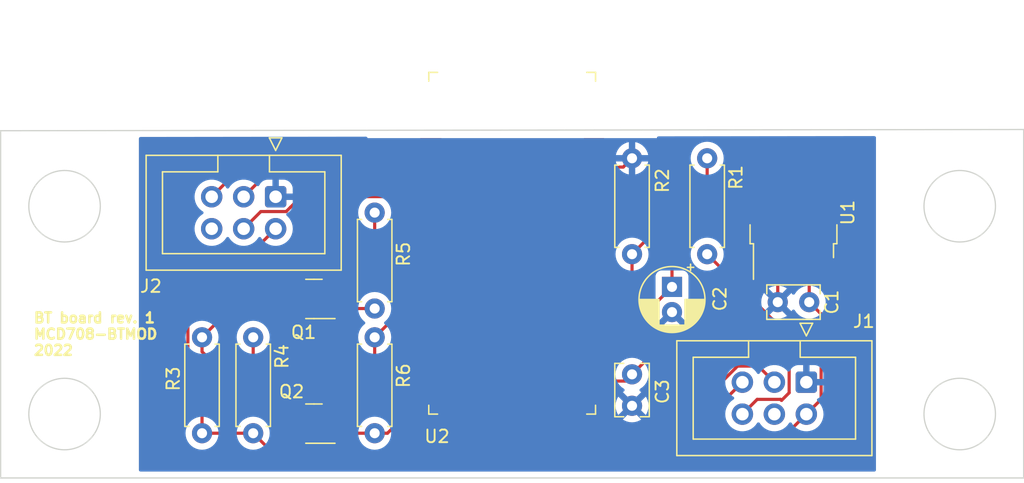
<source format=kicad_pcb>
(kicad_pcb (version 20211014) (generator pcbnew)
  (layers (0 "F.Cu" signal) (31 "B.Cu" signal) (34 "B.Paste" user) (35 "F.Paste" user) (36 "B.SilkS" user "B.Silkscreen") (37 "F.SilkS" user "F.Silkscreen") (38 "B.Mask" user) (39 "F.Mask" user) (44 "Edge.Cuts" user))
  (net 0 "")
  (net 1 "+5V")
  (net 2 "GND")
  (net 3 "+3.3V")
  (net 4 "Net-(Q2-Pad3)")
  (net 6 "Net-(Q1-Pad3)")
  (net 7 "Net-(R1-Pad1)")
  (net 8 "Net-(U2-Pad7)")
  (net 9 "Net-(U2-Pad6)")
  (net 10 "Net-(U2-Pad4)")
  (net 11 "Net-(Q1-Pad2)")
  (net 12 "Net-(Q2-Pad2)")
  (net 13 "BT_BTN")
  (footprint "Capacitor_THT:CP_Radial_D5.0mm_P2.00mm" (layer "F.Cu") (at 149.86 87.690888 -90)
    (fp_text reference "C2" (at 0.955112 -3.81 90) (layer "F.SilkS"))
    (fp_text value "10uF")
    (fp_line (start 1.2 1.04) (end 1.2 2.573) (layer "F.SilkS") (width 0.12))
    (fp_line (start 1.08 1.04) (end 1.08 2.579) (layer "F.SilkS") (width 0.12))
    (fp_line (start 1.16 -2.576) (end 1.16 -1.04) (layer "F.SilkS") (width 0.12))
    (fp_line (start 2.601 -2.035) (end 2.601 -1.04) (layer "F.SilkS") (width 0.12))
    (fp_line (start 1.2 -2.573) (end 1.2 -1.04) (layer "F.SilkS") (width 0.12))
    (fp_line (start 1.64 1.04) (end 1.64 2.501) (layer "F.SilkS") (width 0.12))
    (fp_line (start 1.6 -2.511) (end 1.6 -1.04) (layer "F.SilkS") (width 0.12))
    (fp_line (start -1.804775 -1.475) (end -1.304775 -1.475) (layer "F.SilkS") (width 0.12))
    (fp_line (start 1.761 1.04) (end 1.761 2.468) (layer "F.SilkS") (width 0.12))
    (fp_line (start 3.281 -1.251) (end 3.281 1.251) (layer "F.SilkS") (width 0.12))
    (fp_line (start 2.561 -2.065) (end 2.561 -1.04) (layer "F.SilkS") (width 0.12))
    (fp_line (start 1.08 -2.579) (end 1.08 -1.04) (layer "F.SilkS") (width 0.12))
    (fp_line (start 2.281 1.04) (end 2.281 2.247) (layer "F.SilkS") (width 0.12))
    (fp_line (start 2.721 1.04) (end 2.721 1.937) (layer "F.SilkS") (width 0.12))
    (fp_line (start 1.48 1.04) (end 1.48 2.536) (layer "F.SilkS") (width 0.12))
    (fp_line (start 2.721 -1.937) (end 2.721 -1.04) (layer "F.SilkS") (width 0.12))
    (fp_line (start 1.4 1.04) (end 1.4 2.55) (layer "F.SilkS") (width 0.12))
    (fp_line (start 1.48 -2.536) (end 1.48 -1.04) (layer "F.SilkS") (width 0.12))
    (fp_line (start 2.041 1.04) (end 2.041 2.365) (layer "F.SilkS") (width 0.12))
    (fp_line (start 2.961 1.04) (end 2.961 1.699) (layer "F.SilkS") (width 0.12))
    (fp_line (start 3.361 -1.098) (end 3.361 1.098) (layer "F.SilkS") (width 0.12))
    (fp_line (start 3.241 -1.319) (end 3.241 1.319) (layer "F.SilkS") (width 0.12))
    (fp_line (start 2.561 1.04) (end 2.561 2.065) (layer "F.SilkS") (width 0.12))
    (fp_line (start 1.44 -2.543) (end 1.44 -1.04) (layer "F.SilkS") (width 0.12))
    (fp_line (start 3.041 -1.605) (end 3.041 1.605) (layer "F.SilkS") (width 0.12))
    (fp_line (start 1.921 1.04) (end 1.921 2.414) (layer "F.SilkS") (width 0.12))
    (fp_line (start 3.441 -0.915) (end 3.441 0.915) (layer "F.SilkS") (width 0.12))
    (fp_line (start 2.081 1.04) (end 2.081 2.348) (layer "F.SilkS") (width 0.12))
    (fp_line (start 2.401 -2.175) (end 2.401 -1.04) (layer "F.SilkS") (width 0.12))
    (fp_line (start 1.68 1.04) (end 1.68 2.491) (layer "F.SilkS") (width 0.12))
    (fp_line (start 1.68 -2.491) (end 1.68 -1.04) (layer "F.SilkS") (width 0.12))
    (fp_line (start 2.921 -1.743) (end 2.921 -1.04) (layer "F.SilkS") (width 0.12))
    (fp_line (start 1.32 -2.561) (end 1.32 -1.04) (layer "F.SilkS") (width 0.12))
    (fp_line (start 1.56 -2.52) (end 1.56 -1.04) (layer "F.SilkS") (width 0.12))
    (fp_line (start 1.52 -2.528) (end 1.52 -1.04) (layer "F.SilkS") (width 0.12))
    (fp_line (start 2.201 1.04) (end 2.201 2.29) (layer "F.SilkS") (width 0.12))
    (fp_line (start 2.921 1.04) (end 2.921 1.743) (layer "F.SilkS") (width 0.12))
    (fp_line (start 1.721 -2.48) (end 1.721 -1.04) (layer "F.SilkS") (width 0.12))
    (fp_line (start 3.121 -1.5) (end 3.121 1.5) (layer "F.SilkS") (width 0.12))
    (fp_line (start 2.121 1.04) (end 2.121 2.329) (layer "F.SilkS") (width 0.12))
    (fp_line (start 3.201 -1.383) (end 3.201 1.383) (layer "F.SilkS") (width 0.12))
    (fp_line (start 2.081 -2.348) (end 2.081 -1.04) (layer "F.SilkS") (width 0.12))
    (fp_line (start 2.001 -2.382) (end 2.001 -1.04) (layer "F.SilkS") (width 0.12))
    (fp_line (start 1.36 -2.556) (end 1.36 -1.04) (layer "F.SilkS") (width 0.12))
    (fp_line (start 1 -2.58) (end 1 -1.04) (layer "F.SilkS") (width 0.12))
    (fp_line (start 2.881 -1.785) (end 2.881 -1.04) (layer "F.SilkS") (width 0.12))
    (fp_line (start 1.04 1.04) (end 1.04 2.58) (layer "F.SilkS") (width 0.12))
    (fp_line (start 2.761 1.04) (end 2.761 1.901) (layer "F.SilkS") (width 0.12))
    (fp_line (start 3.001 1.04) (end 3.001 1.653) (layer "F.SilkS") (width 0.12))
    (fp_line (start 2.641 -2.004) (end 2.641 -1.04) (layer "F.SilkS") (width 0.12))
    (fp_line (start 1.56 1.04) (end 1.56 2.52) (layer "F.SilkS") (width 0.12))
    (fp_line (start 1.801 -2.455) (end 1.801 -1.04) (layer "F.SilkS") (width 0.12))
    (fp_line (start 1.961 -2.398) (end 1.961 -1.04) (layer "F.SilkS") (width 0.12))
    (fp_line (start 2.041 -2.365) (end 2.041 -1.04) (layer "F.SilkS") (width 0.12))
    (fp_line (start 2.161 1.04) (end 2.161 2.31) (layer "F.SilkS") (width 0.12))
    (fp_line (start 1.6 1.04) (end 1.6 2.511) (layer "F.SilkS") (width 0.12))
    (fp_line (start 1.881 1.04) (end 1.881 2.428) (layer "F.SilkS") (width 0.12))
    (fp_line (start 2.361 -2.2) (end 2.361 -1.04) (layer "F.SilkS") (width 0.12))
    (fp_line (start 2.321 -2.224) (end 2.321 -1.04) (layer "F.SilkS") (width 0.12))
    (fp_line (start 1.961 1.04) (end 1.961 2.398) (layer "F.SilkS") (width 0.12))
    (fp_line (start -1.554775 -1.725) (end -1.554775 -1.225) (layer "F.SilkS") (width 0.12))
    (fp_line (start 1.881 -2.428) (end 1.881 -1.04) (layer "F.SilkS") (width 0.12))
    (fp_line (start 2.321 1.04) (end 2.321 2.224) (layer "F.SilkS") (width 0.12))
    (fp_line (start 1.44 1.04) (end 1.44 2.543) (layer "F.SilkS") (width 0.12))
    (fp_line (start 2.881 1.04) (end 2.881 1.785) (layer "F.SilkS") (width 0.12))
    (fp_line (start 1.04 -2.58) (end 1.04 -1.04) (layer "F.SilkS") (width 0.12))
    (fp_line (start 2.441 -2.149) (end 2.441 -1.04) (layer "F.SilkS") (width 0.12))
    (fp_line (start 3.401 -1.011) (end 3.401 1.011) (layer "F.SilkS") (width 0.12))
    (fp_line (start 1.28 -2.565) (end 1.28 -1.04) (layer "F.SilkS") (width 0.12))
    (fp_line (start 3.081 -1.554) (end 3.081 1.554) (layer "F.SilkS") (width 0.12))
    (fp_line (start 2.641 1.04) (end 2.641 2.004) (layer "F.SilkS") (width 0.12))
    (fp_line (start 2.521 -2.095) (end 2.521 -1.04) (layer "F.SilkS") (width 0.12))
    (fp_line (start 1.12 1.04) (end 1.12 2.578) (layer "F.SilkS") (width 0.12))
    (fp_line (start 2.801 1.04) (end 2.801 1.864) (layer "F.SilkS") (width 0.12))
    (fp_line (start 1.16 1.04) (end 1.16 2.576) (layer "F.SilkS") (width 0.12))
    (fp_line (start 2.361 1.04) (end 2.361 2.2) (layer "F.SilkS") (width 0.12))
    (fp_line (start 1.921 -2.414) (end 1.921 -1.04) (layer "F.SilkS") (width 0.12))
    (fp_line (start 1.801 1.04) (end 1.801 2.455) (layer "F.SilkS") (width 0.12))
    (fp_line (start 3.521 -0.677) (end 3.521 0.677) (layer "F.SilkS") (width 0.12))
    (fp_line (start 2.961 -1.699) (end 2.961 -1.04) (layer "F.SilkS") (width 0.12))
    (fp_line (start 2.281 -2.247) (end 2.281 -1.04) (layer "F.SilkS") (width 0.12))
    (fp_line (start 1.52 1.04) (end 1.52 2.528) (layer "F.SilkS") (width 0.12))
    (fp_line (start 1.28 1.04) (end 1.28 2.565) (layer "F.SilkS") (width 0.12))
    (fp_line (start 1.12 -2.578) (end 1.12 -1.04) (layer "F.SilkS") (width 0.12))
    (fp_line (start 3.001 -1.653) (end 3.001 -1.04) (layer "F.SilkS") (width 0.12))
    (fp_line (start 1.841 1.04) (end 1.841 2.442) (layer "F.SilkS") (width 0.12))
    (fp_line (start 3.481 -0.805) (end 3.481 0.805) (layer "F.SilkS") (width 0.12))
    (fp_line (start 2.241 1.04) (end 2.241 2.268) (layer "F.SilkS") (width 0.12))
    (fp_line (start 2.241 -2.268) (end 2.241 -1.04) (layer "F.SilkS") (width 0.12))
    (fp_line (start 2.801 -1.864) (end 2.801 -1.04) (layer "F.SilkS") (width 0.12))
    (fp_line (start 3.561 -0.518) (end 3.561 0.518) (layer "F.SilkS") (width 0.12))
    (fp_line (start 2.401 1.04) (end 2.401 2.175) (layer "F.SilkS") (width 0.12))
    (fp_line (start 2.681 -1.971) (end 2.681 -1.04) (layer "F.SilkS") (width 0.12))
    (fp_line (start 2.521 1.04) (end 2.521 2.095) (layer "F.SilkS") (width 0.12))
    (fp_line (start 3.161 -1.443) (end 3.161 1.443) (layer "F.SilkS") (width 0.12))
    (fp_line (start 2.601 1.04) (end 2.601 2.035) (layer "F.SilkS") (width 0.12))
    (fp_line (start 2.681 1.04) (end 2.681 1.971) (layer "F.SilkS") (width 0.12))
    (fp_line (start 2.841 -1.826) (end 2.841 -1.04) (layer "F.SilkS") (width 0.12))
    (fp_line (start 2.481 1.04) (end 2.481 2.122) (layer "F.SilkS") (width 0.12))
    (fp_line (start 1.32 1.04) (end 1.32 2.561) (layer "F.SilkS") (width 0.12))
    (fp_line (start 1.36 1.04) (end 1.36 2.556) (layer "F.SilkS") (width 0.12))
    (fp_line (start 2.441 1.04) (end 2.441 2.149) (layer "F.SilkS") (width 0.12))
    (fp_line (start 2.841 1.04) (end 2.841 1.826) (layer "F.SilkS") (width 0.12))
    (fp_line (start 1 1.04) (end 1 2.58) (layer "F.SilkS") (width 0.12))
    (fp_line (start 2.001 1.04) (end 2.001 2.382) (layer "F.SilkS") (width 0.12))
    (fp_line (start 2.761 -1.901) (end 2.761 -1.04) (layer "F.SilkS") (width 0.12))
    (fp_line (start 1.721 1.04) (end 1.721 2.48) (layer "F.SilkS") (width 0.12))
    (fp_line (start 1.24 -2.569) (end 1.24 -1.04) (layer "F.SilkS") (width 0.12))
    (fp_line (start 1.761 -2.468) (end 1.761 -1.04) (layer "F.SilkS") (width 0.12))
    (fp_line (start 1.64 -2.501) (end 1.64 -1.04) (layer "F.SilkS") (width 0.12))
    (fp_line (start 3.601 -0.284) (end 3.601 0.284) (layer "F.SilkS") (width 0.12))
    (fp_line (start 1.4 -2.55) (end 1.4 -1.04) (layer "F.SilkS") (width 0.12))
    (fp_line (start 2.481 -2.122) (end 2.481 -1.04) (layer "F.SilkS") (width 0.12))
    (fp_line (start 2.201 -2.29) (end 2.201 -1.04) (layer "F.SilkS") (width 0.12))
    (fp_line (start 1.24 1.04) (end 1.24 2.569) (layer "F.SilkS") (width 0.12))
    (fp_line (start 2.121 -2.329) (end 2.121 -1.04) (layer "F.SilkS") (width 0.12))
    (fp_line (start 2.161 -2.31) (end 2.161 -1.04) (layer "F.SilkS") (width 0.12))
    (fp_line (start 1.841 -2.442) (end 1.841 -1.04) (layer "F.SilkS") (width 0.12))
    (fp_line (start 3.321 -1.178) (end 3.321 1.178) (layer "F.SilkS") (width 0.12))
    (fp_circle (center 1 0) (end 3.62 0) (layer "F.SilkS") (width 0.12) (fill none))
    (pad "1" thru_hole rect (at 0 0 270) (size 1.6 1.6) (drill 0.8) (layers *.Cu *.Mask) (net 3 "+3.3V"))
    (pad "2" thru_hole circle (at 2 0 270) (size 1.6 1.6) (drill 0.8) (layers *.Cu *.Mask) (net 2 "GND"))
  )
  (footprint "Capacitor_THT:C_Rect_L4.0mm_W2.5mm_P2.50mm" (layer "F.Cu") (at 160.762 88.9 180)
    (fp_text reference "C1" (at -1.798 0 90) (layer "F.SilkS"))
    (fp_text value "100nF")
    (fp_line (start 3.37 -1.37) (end 3.37 -0.665) (layer "F.SilkS") (width 0.12))
    (fp_line (start -0.87 1.37) (end 3.37 1.37) (layer "F.SilkS") (width 0.12))
    (fp_line (start -0.87 0.665) (end -0.87 1.37) (layer "F.SilkS") (width 0.12))
    (fp_line (start -0.87 -1.37) (end -0.87 -0.665) (layer "F.SilkS") (width 0.12))
    (fp_line (start 3.37 0.665) (end 3.37 1.37) (layer "F.SilkS") (width 0.12))
    (fp_line (start -0.87 -1.37) (end 3.37 -1.37) (layer "F.SilkS") (width 0.12))
    (pad "1" thru_hole circle (at 0 0 180) (size 1.6 1.6) (drill 0.8) (layers *.Cu *.Mask) (net 1 "+5V"))
    (pad "2" thru_hole circle (at 2.5 0 180) (size 1.6 1.6) (drill 0.8) (layers *.Cu *.Mask) (net 2 "GND"))
  )
  (footprint "Package_TO_SOT_SMD:TO-252-2" (layer "F.Cu") (at 159.512 81.788 90)
    (fp_text reference "U1" (at 0 4.318 90) (layer "F.SilkS"))
    (fp_text value "L4931")
    (fp_line (start -2.47 -3.18) (end -5.3 -3.18) (layer "F.SilkS") (width 0.12))
    (fp_line (start -2.47 -3.45) (end -2.47 -3.18) (layer "F.SilkS") (width 0.12))
    (fp_line (start -0.97 3.45) (end -2.47 3.45) (layer "F.SilkS") (width 0.12))
    (fp_line (start -2.47 3.18) (end -3.57 3.18) (layer "F.SilkS") (width 0.12))
    (fp_line (start -2.47 3.45) (end -2.47 3.18) (layer "F.SilkS") (width 0.12))
    (fp_line (start -0.97 -3.45) (end -2.47 -3.45) (layer "F.SilkS") (width 0.12))
    (pad "1" smd rect (at -4.2 -2.28 90) (size 2.2 1.2) (layers "F.Cu" "F.Paste" "F.Mask") (net 2 "GND"))
    (pad "2" smd rect (at 2.1 0 90) (size 6.4 5.8) (layers "F.Cu" "F.Mask") (net 3 "+3.3V"))
    (pad "3" smd rect (at -4.2 2.28 90) (size 2.2 1.2) (layers "F.Cu" "F.Paste" "F.Mask") (net 1 "+5V"))
  )
  (footprint "Resistor_THT:R_Axial_DIN0207_L6.3mm_D2.5mm_P7.62mm_Horizontal" (layer "F.Cu") (at 126.238 89.408 90)
    (fp_text reference "R5" (at 4.318 2.286 270) (layer "F.SilkS"))
    (fp_text value "10k")
    (fp_line (start 7.08 -1.37) (end 7.08 -1.04) (layer "F.SilkS") (width 0.12))
    (fp_line (start 7.08 1.37) (end 7.08 1.04) (layer "F.SilkS") (width 0.12))
    (fp_line (start 0.54 -1.04) (end 0.54 -1.37) (layer "F.SilkS") (width 0.12))
    (fp_line (start 0.54 1.37) (end 7.08 1.37) (layer "F.SilkS") (width 0.12))
    (fp_line (start 0.54 -1.37) (end 7.08 -1.37) (layer "F.SilkS") (width 0.12))
    (fp_line (start 0.54 1.04) (end 0.54 1.37) (layer "F.SilkS") (width 0.12))
    (pad "1" thru_hole circle (at 0 0 90) (size 1.6 1.6) (drill 0.8) (layers *.Cu *.Mask) (net 3 "+3.3V"))
    (pad "2" thru_hole oval (at 7.62 0 90) (size 1.6 1.6) (drill 0.8) (layers *.Cu *.Mask) (net 11 "Net-(Q1-Pad2)"))
  )
  (footprint "Resistor_THT:R_Axial_DIN0207_L6.3mm_D2.5mm_P7.62mm_Horizontal" (layer "F.Cu") (at 152.654 85.09 90)
    (fp_text reference "R1" (at 6.096 2.286 90) (layer "F.SilkS"))
    (fp_text value "1K")
    (fp_line (start 0.54 -1.37) (end 7.08 -1.37) (layer "F.SilkS") (width 0.12))
    (fp_line (start 7.08 -1.37) (end 7.08 -1.04) (layer "F.SilkS") (width 0.12))
    (fp_line (start 0.54 -1.04) (end 0.54 -1.37) (layer "F.SilkS") (width 0.12))
    (fp_line (start 0.54 1.04) (end 0.54 1.37) (layer "F.SilkS") (width 0.12))
    (fp_line (start 7.08 1.37) (end 7.08 1.04) (layer "F.SilkS") (width 0.12))
    (fp_line (start 0.54 1.37) (end 7.08 1.37) (layer "F.SilkS") (width 0.12))
    (pad "1" thru_hole circle (at 0 0 90) (size 1.6 1.6) (drill 0.8) (layers *.Cu *.Mask) (net 7 "Net-(R1-Pad1)"))
    (pad "2" thru_hole oval (at 7.62 0 90) (size 1.6 1.6) (drill 0.8) (layers *.Cu *.Mask) (net 13 "BT_BTN"))
  )
  (footprint "Resistor_THT:R_Axial_DIN0207_L6.3mm_D2.5mm_P7.62mm_Horizontal" (layer "F.Cu") (at 112.522 99.314 90)
    (fp_text reference "R3" (at 4.318 -2.286 270) (layer "F.SilkS"))
    (fp_text value "10k")
    (fp_line (start 7.08 1.37) (end 7.08 1.04) (layer "F.SilkS") (width 0.12))
    (fp_line (start 0.54 -1.04) (end 0.54 -1.37) (layer "F.SilkS") (width 0.12))
    (fp_line (start 0.54 -1.37) (end 7.08 -1.37) (layer "F.SilkS") (width 0.12))
    (fp_line (start 0.54 1.04) (end 0.54 1.37) (layer "F.SilkS") (width 0.12))
    (fp_line (start 7.08 -1.37) (end 7.08 -1.04) (layer "F.SilkS") (width 0.12))
    (fp_line (start 0.54 1.37) (end 7.08 1.37) (layer "F.SilkS") (width 0.12))
    (pad "1" thru_hole circle (at 0 0 90) (size 1.6 1.6) (drill 0.8) (layers *.Cu *.Mask) (net 1 "+5V"))
    (pad "2" thru_hole oval (at 7.62 0 90) (size 1.6 1.6) (drill 0.8) (layers *.Cu *.Mask) (net 6 "Net-(Q1-Pad3)"))
  )
  (footprint "Resistor_THT:R_Axial_DIN0207_L6.3mm_D2.5mm_P7.62mm_Horizontal" (layer "F.Cu") (at 116.586 99.314 90)
    (fp_text reference "R4" (at 6.096 2.286 270) (layer "F.SilkS"))
    (fp_text value "10k")
    (fp_line (start 0.54 -1.04) (end 0.54 -1.37) (layer "F.SilkS") (width 0.12))
    (fp_line (start 0.54 1.04) (end 0.54 1.37) (layer "F.SilkS") (width 0.12))
    (fp_line (start 0.54 -1.37) (end 7.08 -1.37) (layer "F.SilkS") (width 0.12))
    (fp_line (start 7.08 1.37) (end 7.08 1.04) (layer "F.SilkS") (width 0.12))
    (fp_line (start 7.08 -1.37) (end 7.08 -1.04) (layer "F.SilkS") (width 0.12))
    (fp_line (start 0.54 1.37) (end 7.08 1.37) (layer "F.SilkS") (width 0.12))
    (pad "1" thru_hole circle (at 0 0 90) (size 1.6 1.6) (drill 0.8) (layers *.Cu *.Mask) (net 1 "+5V"))
    (pad "2" thru_hole oval (at 7.62 0 90) (size 1.6 1.6) (drill 0.8) (layers *.Cu *.Mask) (net 4 "Net-(Q2-Pad3)"))
  )
  (footprint "mcd708_bt:feasycomm" (layer "F.Cu") (at 137.16 84.17)
    (fp_text reference "U2" (at -5.969 15.398 180) (layer "F.SilkS"))
    (fp_text value "fsc-bt1026")
    (fp_line (start 5.925 13.625) (end 6.625 13.625) (layer "F.SilkS") (width 0.12))
    (fp_line (start 6.625 13.625) (end 6.625 12.925) (layer "F.SilkS") (width 0.12))
    (fp_line (start -6.625 12.925) (end -6.625 13.625) (layer "F.SilkS") (width 0.12))
    (fp_line (start 6.625 -12.825) (end 6.625 -13.525) (layer "F.SilkS") (width 0.12))
    (fp_line (start -5.925 -13.525) (end -6.625 -13.525) (layer "F.SilkS") (width 0.12))
    (fp_line (start -6.625 -13.525) (end -6.625 -12.825) (layer "F.SilkS") (width 0.12))
    (fp_line (start -6.625 13.625) (end -5.925 13.625) (layer "F.SilkS") (width 0.12))
    (fp_line (start 6.625 -13.525) (end 5.925 -13.525) (layer "F.SilkS") (width 0.12))
    (pad "1" smd rect (at -6.5 -8) (size 1.6 0.6) (layers "F.Cu" "F.Paste" "F.Mask") (net 2 "GND"))
    (pad "2" smd rect (at -6.5 -7) (size 1.6 0.6) (layers "F.Cu" "F.Paste" "F.Mask"))
    (pad "3" smd rect (at -6.5 -6) (size 1.6 0.6) (layers "F.Cu" "F.Paste" "F.Mask"))
    (pad "4" smd rect (at -6.5 -5) (size 1.6 0.6) (layers "F.Cu" "F.Paste" "F.Mask") (net 10 "Net-(U2-Pad4)"))
    (pad "5" smd rect (at -6.5 -4) (size 1.6 0.6) (layers "F.Cu" "F.Paste" "F.Mask"))
    (pad "6" smd rect (at -6.5 -3) (size 1.6 0.6) (layers "F.Cu" "F.Paste" "F.Mask") (net 9 "Net-(U2-Pad6)"))
    (pad "7" smd rect (at -6.5 -2) (size 1.6 0.6) (layers "F.Cu" "F.Paste" "F.Mask") (net 8 "Net-(U2-Pad7)"))
    (pad "8" smd rect (at -6.5 -1) (size 1.6 0.6) (layers "F.Cu" "F.Paste" "F.Mask"))
    (pad "9" smd rect (at -6.5 0) (size 1.6 0.6) (layers "F.Cu" "F.Paste" "F.Mask"))
    (pad "10" smd rect (at -6.5 1) (size 1.6 0.6) (layers "F.Cu" "F.Paste" "F.Mask"))
    (pad "11" smd rect (at -6.5 2) (size 1.6 0.6) (layers "F.Cu" "F.Paste" "F.Mask"))
    (pad "12" smd rect (at -6.5 3) (size 1.6 0.6) (layers "F.Cu" "F.Paste" "F.Mask"))
    (pad "13" smd rect (at -6.5 4) (size 1.6 0.6) (layers "F.Cu" "F.Paste" "F.Mask") (net 11 "Net-(Q1-Pad2)"))
    (pad "14" smd rect (at -6.5 5) (size 1.6 0.6) (layers "F.Cu" "F.Paste" "F.Mask") (net 12 "Net-(Q2-Pad2)"))
    (pad "15" smd rect (at -6.5 6) (size 1.6 0.6) (layers "F.Cu" "F.Paste" "F.Mask"))
    (pad "16" smd rect (at -6.5 7) (size 1.6 0.6) (layers "F.Cu" "F.Paste" "F.Mask"))
    (pad "17" smd rect (at -6.5 8) (size 1.6 0.6) (layers "F.Cu" "F.Paste" "F.Mask"))
    (pad "18" smd rect (at -6.5 9) (size 1.6 0.6) (layers "F.Cu" "F.Paste" "F.Mask"))
    (pad "19" smd rect (at -6.5 10) (size 1.6 0.6) (layers "F.Cu" "F.Paste" "F.Mask"))
    (pad "20" smd rect (at -6.5 11) (size 1.6 0.6) (layers "F.Cu" "F.Paste" "F.Mask"))
    (pad "21" smd rect (at -6.5 12) (size 1.6 0.6) (layers "F.Cu" "F.Paste" "F.Mask"))
    (pad "22" smd rect (at -4.5 13.5 90) (size 1.6 0.6) (layers "F.Cu" "F.Paste" "F.Mask") (net 2 "GND"))
    (pad "23" smd rect (at -2.5 13.5 90) (size 1.6 0.6) (layers "F.Cu" "F.Paste" "F.Mask"))
    (pad "24" smd rect (at -3.5 13.5 90) (size 1.6 0.6) (layers "F.Cu" "F.Paste" "F.Mask"))
    (pad "25" smd rect (at -1.5 13.5 90) (size 1.6 0.6) (layers "F.Cu" "F.Paste" "F.Mask"))
    (pad "26" smd rect (at -0.5 13.5 90) (size 1.6 0.6) (layers "F.Cu" "F.Paste" "F.Mask"))
    (pad "27" smd rect (at 0.5 13.5 90) (size 1.6 0.6) (layers "F.Cu" "F.Paste" "F.Mask"))
    (pad "28" smd rect (at 1.5 13.5 90) (size 1.6 0.6) (layers "F.Cu" "F.Paste" "F.Mask"))
    (pad "29" smd rect (at 2.5 13.5 90) (size 1.6 0.6) (layers "F.Cu" "F.Paste" "F.Mask"))
    (pad "30" smd rect (at 3.5 13.5 90) (size 1.6 0.6) (layers "F.Cu" "F.Paste" "F.Mask"))
    (pad "31" smd rect (at 4.5 13.5 90) (size 1.6 0.6) (layers "F.Cu" "F.Paste" "F.Mask"))
    (pad "32" smd rect (at 6.5 12) (size 1.6 0.6) (layers "F.Cu" "F.Paste" "F.Mask") (net 2 "GND"))
    (pad "33" smd rect (at 6.5 11) (size 1.6 0.6) (layers "F.Cu" "F.Paste" "F.Mask") (net 3 "+3.3V"))
    (pad "34" smd rect (at 6.5 10) (size 1.6 0.6) (layers "F.Cu" "F.Paste" "F.Mask") (net 13 "BT_BTN"))
    (pad "35" smd rect (at 6.5 9) (size 1.6 0.6) (layers "F.Cu" "F.Paste" "F.Mask"))
    (pad "36" smd rect (at 6.5 8) (size 1.6 0.6) (layers "F.Cu" "F.Paste" "F.Mask") (net 3 "+3.3V"))
    (pad "37" smd rect (at 6.5 7) (size 1.6 0.6) (layers "F.Cu" "F.Paste" "F.Mask"))
    (pad "38" smd rect (at 6.5 6) (size 1.6 0.6) (layers "F.Cu" "F.Paste" "F.Mask"))
    (pad "39" smd rect (at 6.5 5) (size 1.6 0.6) (layers "F.Cu" "F.Paste" "F.Mask"))
    (pad "40" smd rect (at 6.5 4) (size 1.6 0.6) (layers "F.Cu" "F.Paste" "F.Mask"))
    (pad "41" smd rect (at 6.5 3) (size 1.6 0.6) (layers "F.Cu" "F.Paste" "F.Mask"))
    (pad "42" smd rect (at 6.5 2) (size 1.6 0.6) (layers "F.Cu" "F.Paste" "F.Mask"))
    (pad "43" smd rect (at 6.5 1) (size 1.6 0.6) (layers "F.Cu" "F.Paste" "F.Mask"))
    (pad "44" smd rect (at 6.5 0) (size 1.6 0.6) (layers "F.Cu" "F.Paste" "F.Mask"))
    (pad "45" smd rect (at 6.5 -1) (size 1.6 0.6) (layers "F.Cu" "F.Paste" "F.Mask"))
    (pad "46" smd rect (at 6.5 -2) (size 1.6 0.6) (layers "F.Cu" "F.Paste" "F.Mask"))
    (pad "47" smd rect (at 6.5 -3) (size 1.6 0.6) (layers "F.Cu" "F.Paste" "F.Mask"))
    (pad "48" smd rect (at 6.5 -4) (size 1.6 0.6) (layers "F.Cu" "F.Paste" "F.Mask"))
    (pad "49" smd rect (at 6.5 -5) (size 1.6 0.6) (layers "F.Cu" "F.Paste" "F.Mask"))
    (pad "50" smd rect (at 6.5 -6) (size 1.6 0.6) (layers "F.Cu" "F.Paste" "F.Mask") (net 2 "GND"))
    (pad "51" smd rect (at 6.5 -7) (size 1.6 0.6) (layers "F.Cu" "F.Paste" "F.Mask"))
    (pad "52" smd rect (at 6.5 -8) (size 1.6 0.6) (layers "F.Cu" "F.Paste" "F.Mask") (net 2 "GND"))
    (zone (net 0) (net_name "") (layers "F.Cu" "In1.Cu" "B.Cu") (connect_pads (clearance 0)) (min_thickness 0.254)
      (keepout (tracks not_allowed) (vias not_allowed) (pads not_allowed) (copperpour not_allowed) (footprints not_allowed))
      (fill (thermal_gap 0.508) (thermal_bridge_width 0.508))
      (polygon (pts (xy 125.67 75.87) (xy 148.66 75.87) (xy 148.66 65.17) (xy 125.66 65.17)))
    )
  )
  (footprint "Capacitor_THT:C_Rect_L4.0mm_W2.5mm_P2.50mm" (layer "F.Cu") (at 146.685 94.635 -90)
    (fp_text reference "C3" (at 1.377 -2.413 90) (layer "F.SilkS"))
    (fp_text value "100nF")
    (fp_line (start -0.87 -1.37) (end -0.87 -0.665) (layer "F.SilkS") (width 0.12))
    (fp_line (start -0.87 -1.37) (end 3.37 -1.37) (layer "F.SilkS") (width 0.12))
    (fp_line (start -0.87 1.37) (end 3.37 1.37) (layer "F.SilkS") (width 0.12))
    (fp_line (start 3.37 0.665) (end 3.37 1.37) (layer "F.SilkS") (width 0.12))
    (fp_line (start 3.37 -1.37) (end 3.37 -0.665) (layer "F.SilkS") (width 0.12))
    (fp_line (start -0.87 0.665) (end -0.87 1.37) (layer "F.SilkS") (width 0.12))
    (pad "1" thru_hole circle (at 0 0 270) (size 1.6 1.6) (drill 0.8) (layers *.Cu *.Mask) (net 3 "+3.3V"))
    (pad "2" thru_hole circle (at 2.5 0 270) (size 1.6 1.6) (drill 0.8) (layers *.Cu *.Mask) (net 2 "GND"))
  )
  (footprint "Connector_IDC:IDC-Header_2x03_P2.54mm_Vertical" (layer "F.Cu") (at 160.533 95.2595 -90)
    (fp_text reference "J1" (at -4.8355 -4.567) (layer "F.SilkS"))
    (fp_text value "MCU_HEADER")
    (fp_line (start 4.52 8.99) (end -1.98 8.99) (layer "F.SilkS") (width 0.12))
    (fp_line (start -1.98 -3.91) (end 4.52 -3.91) (layer "F.SilkS") (width 0.12))
    (fp_line (start 4.52 -3.91) (end 4.52 8.99) (layer "F.SilkS") (width 0.12))
    (fp_line (start -3.68 0) (end -4.68 -0.5) (layer "F.SilkS") (width 0.12))
    (fp_line (start -3.29 0.49) (end -1.98 0.49) (layer "F.SilkS") (width 0.12))
    (fp_line (start -4.68 0.5) (end -3.68 0) (layer "F.SilkS") (width 0.12))
    (fp_line (start -1.98 0.49) (end -1.98 -3.91) (layer "F.SilkS") (width 0.12))
    (fp_line (start -1.98 8.99) (end -1.98 4.59) (layer "F.SilkS") (width 0.12))
    (fp_line (start 5.83 -5.21) (end 5.83 10.29) (layer "F.SilkS") (width 0.12))
    (fp_line (start -3.29 -5.21) (end 5.83 -5.21) (layer "F.SilkS") (width 0.12))
    (fp_line (start -4.68 -0.5) (end -4.68 0.5) (layer "F.SilkS") (width 0.12))
    (fp_line (start -3.29 10.29) (end -3.29 -5.21) (layer "F.SilkS") (width 0.12))
    (fp_line (start 5.83 10.29) (end -3.29 10.29) (layer "F.SilkS") (width 0.12))
    (fp_line (start -1.98 4.59) (end -3.29 4.59) (layer "F.SilkS") (width 0.12))
    (fp_line (start -1.98 4.59) (end -1.98 4.59) (layer "F.SilkS") (width 0.12))
    (pad "1" thru_hole roundrect (at 0 0 270) (size 1.7 1.7) (drill 1) (layers *.Cu *.Mask) (roundrect_rratio 0.147059) (net 2 "GND"))
    (pad "2" thru_hole circle (at 2.54 0 270) (size 1.7 1.7) (drill 1) (layers *.Cu *.Mask) (net 1 "+5V"))
    (pad "3" thru_hole circle (at 0 2.54 270) (size 1.7 1.7) (drill 1) (layers *.Cu *.Mask) (net 4 "Net-(Q2-Pad3)"))
    (pad "4" thru_hole circle (at 2.54 2.54 270) (size 1.7 1.7) (drill 1) (layers *.Cu *.Mask))
    (pad "5" thru_hole circle (at 0 5.08 270) (size 1.7 1.7) (drill 1) (layers *.Cu *.Mask) (net 6 "Net-(Q1-Pad3)"))
    (pad "6" thru_hole circle (at 2.54 5.08 270) (size 1.7 1.7) (drill 1) (layers *.Cu *.Mask) (net 7 "Net-(R1-Pad1)"))
  )
  (footprint "Package_TO_SOT_SMD:SOT-23" (layer "F.Cu") (at 121.412 88.646 180)
    (fp_text reference "Q1" (at 0.822009 -2.651871) (layer "F.SilkS"))
    (fp_text value "BSS138")
    (fp_line (start 0 -1.56) (end -1.675 -1.56) (layer "F.SilkS") (width 0.12))
    (fp_line (start 0 1.56) (end 0.65 1.56) (layer "F.SilkS") (width 0.12))
    (fp_line (start 0 -1.56) (end 0.65 -1.56) (layer "F.SilkS") (width 0.12))
    (fp_line (start 0 1.56) (end -0.65 1.56) (layer "F.SilkS") (width 0.12))
    (pad "1" smd roundrect (at -0.9375 -0.95 180) (size 1.475 0.6) (layers "F.Cu" "F.Paste" "F.Mask") (net 3 "+3.3V"))
    (pad "2" smd roundrect (at -0.9375 0.95 180) (size 1.475 0.6) (layers "F.Cu" "F.Paste" "F.Mask") (net 11 "Net-(Q1-Pad2)"))
    (pad "3" smd roundrect (at 0.9375 0 180) (size 1.475 0.6) (layers "F.Cu" "F.Paste" "F.Mask") (net 6 "Net-(Q1-Pad3)"))
  )
  (footprint "Connector_IDC:IDC-Header_2x03_P2.54mm_Vertical" (layer "F.Cu") (at 118.369 80.5275 -90)
    (fp_text reference "J2" (at 7.1025 9.911) (layer "F.SilkS"))
    (fp_text value "DAC_HEADER")
    (fp_line (start -3.29 -5.21) (end 5.83 -5.21) (layer "F.SilkS") (width 0.12))
    (fp_line (start -1.98 8.99) (end -1.98 4.59) (layer "F.SilkS") (width 0.12))
    (fp_line (start -3.29 0.49) (end -1.98 0.49) (layer "F.SilkS") (width 0.12))
    (fp_line (start -1.98 4.59) (end -1.98 4.59) (layer "F.SilkS") (width 0.12))
    (fp_line (start -3.29 10.29) (end -3.29 -5.21) (layer "F.SilkS") (width 0.12))
    (fp_line (start 5.83 10.29) (end -3.29 10.29) (layer "F.SilkS") (width 0.12))
    (fp_line (start -3.68 0) (end -4.68 -0.5) (layer "F.SilkS") (width 0.12))
    (fp_line (start -1.98 0.49) (end -1.98 -3.91) (layer "F.SilkS") (width 0.12))
    (fp_line (start -4.68 -0.5) (end -4.68 0.5) (layer "F.SilkS") (width 0.12))
    (fp_line (start 4.52 -3.91) (end 4.52 8.99) (layer "F.SilkS") (width 0.12))
    (fp_line (start -1.98 4.59) (end -3.29 4.59) (layer "F.SilkS") (width 0.12))
    (fp_line (start 4.52 8.99) (end -1.98 8.99) (layer "F.SilkS") (width 0.12))
    (fp_line (start -4.68 0.5) (end -3.68 0) (layer "F.SilkS") (width 0.12))
    (fp_line (start -1.98 -3.91) (end 4.52 -3.91) (layer "F.SilkS") (width 0.12))
    (fp_line (start 5.83 -5.21) (end 5.83 10.29) (layer "F.SilkS") (width 0.12))
    (pad "1" thru_hole roundrect (at 0 0 270) (size 1.7 1.7) (drill 1) (layers *.Cu *.Mask) (roundrect_rratio 0.147059) (net 2 "GND"))
    (pad "2" thru_hole circle (at 2.54 0 270) (size 1.7 1.7) (drill 1) (layers *.Cu *.Mask) (net 1 "+5V"))
    (pad "3" thru_hole circle (at 0 2.54 270) (size 1.7 1.7) (drill 1) (layers *.Cu *.Mask) (net 9 "Net-(U2-Pad6)"))
    (pad "4" thru_hole circle (at 2.54 2.54 270) (size 1.7 1.7) (drill 1) (layers *.Cu *.Mask) (net 8 "Net-(U2-Pad7)"))
    (pad "5" thru_hole circle (at 0 5.08 270) (size 1.7 1.7) (drill 1) (layers *.Cu *.Mask) (net 10 "Net-(U2-Pad4)"))
    (pad "6" thru_hole circle (at 2.54 5.08 270) (size 1.7 1.7) (drill 1) (layers *.Cu *.Mask))
  )
  (footprint "Resistor_THT:R_Axial_DIN0207_L6.3mm_D2.5mm_P7.62mm_Horizontal" (layer "F.Cu") (at 126.238 99.314 90)
    (fp_text reference "R6" (at 4.572 2.286 270) (layer "F.SilkS"))
    (fp_text value "10k")
    (fp_line (start 0.54 1.04) (end 0.54 1.37) (layer "F.SilkS") (width 0.12))
    (fp_line (start 7.08 1.37) (end 7.08 1.04) (layer "F.SilkS") (width 0.12))
    (fp_line (start 0.54 -1.37) (end 7.08 -1.37) (layer "F.SilkS") (width 0.12))
    (fp_line (start 7.08 -1.37) (end 7.08 -1.04) (layer "F.SilkS") (width 0.12))
    (fp_line (start 0.54 -1.04) (end 0.54 -1.37) (layer "F.SilkS") (width 0.12))
    (fp_line (start 0.54 1.37) (end 7.08 1.37) (layer "F.SilkS") (width 0.12))
    (pad "1" thru_hole circle (at 0 0 90) (size 1.6 1.6) (drill 0.8) (layers F&B.Cu *.Mask) (net 3 "+3.3V"))
    (pad "2" thru_hole oval (at 7.62 0 90) (size 1.6 1.6) (drill 0.8) (layers F&B.Cu *.Mask) (net 12 "Net-(Q2-Pad2)"))
  )
  (footprint "Resistor_THT:R_Axial_DIN0207_L6.3mm_D2.5mm_P7.62mm_Horizontal" (layer "F.Cu") (at 146.685 85.09 90)
    (fp_text reference "R2" (at 5.842 2.413 270) (layer "F.SilkS"))
    (fp_text value "2K")
    (fp_line (start 0.54 -1.04) (end 0.54 -1.37) (layer "F.SilkS") (width 0.12))
    (fp_line (start 0.54 1.37) (end 7.08 1.37) (layer "F.SilkS") (width 0.12))
    (fp_line (start 0.54 -1.37) (end 7.08 -1.37) (layer "F.SilkS") (width 0.12))
    (fp_line (start 0.54 1.04) (end 0.54 1.37) (layer "F.SilkS") (width 0.12))
    (fp_line (start 7.08 1.37) (end 7.08 1.04) (layer "F.SilkS") (width 0.12))
    (fp_line (start 7.08 -1.37) (end 7.08 -1.04) (layer "F.SilkS") (width 0.12))
    (pad "1" thru_hole circle (at 0 0 90) (size 1.6 1.6) (drill 0.8) (layers *.Cu *.Mask) (net 13 "BT_BTN"))
    (pad "2" thru_hole oval (at 7.62 0 90) (size 1.6 1.6) (drill 0.8) (layers *.Cu *.Mask) (net 2 "GND"))
  )
  (footprint "Package_TO_SOT_SMD:SOT-23" (layer "F.Cu") (at 121.412 98.552 180)
    (fp_text reference "Q2" (at 1.778 2.54) (layer "F.SilkS"))
    (fp_text value "BSS138")
    (fp_line (start 0 -1.56) (end 0.65 -1.56) (layer "F.SilkS") (width 0.12))
    (fp_line (start 0 1.56) (end -0.65 1.56) (layer "F.SilkS") (width 0.12))
    (fp_line (start 0 1.56) (end 0.65 1.56) (layer "F.SilkS") (width 0.12))
    (fp_line (start 0 -1.56) (end -1.675 -1.56) (layer "F.SilkS") (width 0.12))
    (pad "1" smd roundrect (at -0.9375 -0.95 180) (size 1.475 0.6) (layers "F.Cu" "F.Paste" "F.Mask") (net 3 "+3.3V"))
    (pad "2" smd roundrect (at -0.9375 0.95 180) (size 1.475 0.6) (layers "F.Cu" "F.Paste" "F.Mask") (net 12 "Net-(Q2-Pad2)"))
    (pad "3" smd roundrect (at 0.9375 0 180) (size 1.475 0.6) (layers "F.Cu" "F.Paste" "F.Mask") (net 4 "Net-(Q2-Pad3)"))
  )
  (gr_circle (center 172.72 97.79) (end 173.99 100.33) (layer "Edge.Cuts") (width 0.1) (fill none))
  (gr_circle (center 101.6 81.28) (end 102.87 83.82) (layer "Edge.Cuts") (width 0.1) (fill none))
  (gr_line (start 177.8 75.184) (end 96.52 75.28) (layer "Edge.Cuts") (width 0.1))
  (gr_circle (center 101.6 97.79) (end 102.87 100.33) (layer "Edge.Cuts") (width 0.1) (fill none))
  (gr_line (start 96.52 102.87) (end 177.8 102.87) (layer "Edge.Cuts") (width 0.1))
  (gr_circle (center 172.72 81.28) (end 173.99 83.82) (layer "Edge.Cuts") (width 0.1) (fill none))
  (gr_line (start 96.52 75.28) (end 96.52 102.87) (layer "Edge.Cuts") (width 0.1))
  (gr_line (start 177.8 102.87) (end 177.8 75.184) (layer "Edge.Cuts") (width 0.1))
  (gr_text "BT board rev. 1\nMCD708-BTMOD\n2022 " (at 99.06 91.44) (layer "F.SilkS") (effects (font (size 0.8 0.8) (thickness 0.2)) (justify left)))
  (segment (start 112.522 96.012) (end 111.397 94.887) (width 0.25) (layer "F.Cu") (net 1))
  (segment (start 156.5365 101.796) (end 160.533 97.7995) (width 0.25) (layer "F.Cu") (net 1))
  (segment (start 160.762 88.9) (end 160.762 87.018) (width 0.25) (layer "F.Cu") (net 1))
  (segment (start 112.522 99.314) (end 112.522 96.012) (width 0.25) (layer "F.Cu") (net 1))
  (segment (start 116.586 99.314) (end 119.068 101.796) (width 0.25) (layer "F.Cu") (net 1))
  (segment (start 160.762 88.9) (end 161.708 89.846) (width 0.25) (layer "F.Cu") (net 1))
  (segment (start 111.397 90.0395) (end 118.369 83.0675) (width 0.25) (layer "F.Cu") (net 1))
  (segment (start 161.708 89.846) (end 161.708 96.6245) (width 0.25) (layer "F.Cu") (net 1))
  (segment (start 160.762 87.018) (end 161.792 85.988) (width 0.25) (layer "F.Cu") (net 1))
  (segment (start 161.708 96.6245) (end 160.533 97.7995) (width 0.25) (layer "F.Cu") (net 1))
  (segment (start 119.068 101.796) (end 156.5365 101.796) (width 0.25) (layer "F.Cu") (net 1))
  (segment (start 111.397 94.887) (end 111.397 90.0395) (width 0.25) (layer "F.Cu") (net 1))
  (segment (start 112.522 99.314) (end 116.586 99.314) (width 0.25) (layer "F.Cu") (net 1))
  (segment (start 142.61 78.17) (end 142.35 77.91) (width 0.25) (layer "F.Cu") (net 2))
  (segment (start 143.66 78.17) (end 142.61 78.17) (width 0.25) (layer "F.Cu") (net 2))
  (segment (start 143.66 78.17) (end 133.67 78.17) (width 0.25) (layer "F.Cu") (net 2))
  (segment (start 142.61 76.17) (end 143.66 76.17) (width 0.25) (layer "F.Cu") (net 2))
  (segment (start 142.35 76.43) (end 142.61 76.17) (width 0.25) (layer "F.Cu") (net 2))
  (segment (start 143.66 78.17) (end 145.985 78.17) (width 0.25) (layer "F.Cu") (net 2))
  (segment (start 132.66 97.67) (end 132.66 96.62) (width 0.25) (layer "F.Cu") (net 2))
  (segment (start 142.35 77.91) (end 142.35 76.43) (width 0.25) (layer "F.Cu") (net 2))
  (segment (start 158.262 87.018) (end 157.232 85.988) (width 0.25) (layer "F.Cu") (net 2))
  (segment (start 145.72 96.17) (end 146.685 97.135) (width 0.25) (layer "F.Cu") (net 2))
  (segment (start 145.985 78.17) (end 146.685 77.47) (width 0.25) (layer "F.Cu") (net 2))
  (segment (start 133.11 96.17) (end 143.66 96.17) (width 0.25) (layer "F.Cu") (net 2))
  (segment (start 158.262 88.9) (end 158.262 87.018) (width 0.25) (layer "F.Cu") (net 2))
  (segment (start 132.66 96.62) (end 133.11 96.17) (width 0.25) (layer "F.Cu") (net 2))
  (segment (start 143.66 96.17) (end 145.72 96.17) (width 0.25) (layer "F.Cu") (net 2))
  (segment (start 133.67 78.17) (end 131.5 76) (width 0.25) (layer "F.Cu") (net 2))
  (segment (start 148.735 88.815888) (end 149.86 87.690888) (width 0.25) (layer "F.Cu") (net 3))
  (segment (start 122.3495 89.596) (end 122.5375 89.408) (width 0.25) (layer "F.Cu") (net 3))
  (segment (start 131.805 96.795) (end 133.43 95.17) (width 0.25) (layer "F.Cu") (net 3))
  (segment (start 148.735 92.585) (end 148.735 88.815888) (width 0.25) (layer "F.Cu") (net 3))
  (segment (start 122.3495 99.502) (end 122.3495 99.011251) (width 0.25) (layer "F.Cu") (net 3))
  (segment (start 143.66 95.17) (end 142.91 95.17) (width 0.25) (layer "F.Cu") (net 3))
  (segment (start 146.15 95.17) (end 146.685 94.635) (width 0.25) (layer "F.Cu") (net 3))
  (segment (start 120.904 97.565751) (end 120.904 96.52) (width 0.25) (layer "F.Cu") (net 3))
  (segment (start 133.43 95.17) (end 143.66 95.17) (width 0.25) (layer "F.Cu") (net 3))
  (segment (start 122.5375 99.314) (end 126.238 99.314) (width 0.25) (layer "F.Cu") (net 3))
  (segment (start 142.91 95.17) (end 142.535 94.795) (width 0.25) (layer "F.Cu") (net 3))
  (segment (start 126.238 99.314) (end 127.254 99.314) (width 0.25) (layer "F.Cu") (net 3))
  (segment (start 120.904 96.52) (end 122.3495 95.0745) (width 0.25) (layer "F.Cu") (net 3))
  (segment (start 129.773 96.795) (end 131.805 96.795) (width 0.25) (layer "F.Cu") (net 3))
  (segment (start 122.3495 99.502) (end 122.5375 99.314) (width 0.25) (layer "F.Cu") (net 3))
  (segment (start 142.535 94.795) (end 142.535 92.245) (width 0.25) (layer "F.Cu") (net 3))
  (segment (start 122.3495 95.0745) (end 122.3495 89.596) (width 0.25) (layer "F.Cu") (net 3))
  (segment (start 149.86 87.690888) (end 149.86 85.09) (width 0.25) (layer "F.Cu") (net 3))
  (segment (start 159.512 80.518) (end 159.512 79.688) (width 0.25) (layer "F.Cu") (net 3))
  (segment (start 142.535 92.245) (end 142.61 92.17) (width 0.25) (layer "F.Cu") (net 3))
  (segment (start 146.685 94.635) (end 148.735 92.585) (width 0.25) (layer "F.Cu") (net 3))
  (segment (start 142.61 92.17) (end 143.66 92.17) (width 0.25) (layer "F.Cu") (net 3))
  (segment (start 157.48 82.55) (end 159.512 80.518) (width 0.25) (layer "F.Cu") (net 3))
  (segment (start 149.86 85.09) (end 152.4 82.55) (width 0.25) (layer "F.Cu") (net 3))
  (segment (start 127.254 99.314) (end 129.773 96.795) (width 0.25) (layer "F.Cu") (net 3))
  (segment (start 152.4 82.55) (end 157.48 82.55) (width 0.25) (layer "F.Cu") (net 3))
  (segment (start 122.5375 89.408) (end 126.238 89.408) (width 0.25) (layer "F.Cu") (net 3))
  (segment (start 143.66 95.17) (end 146.15 95.17) (width 0.25) (layer "F.Cu") (net 3))
  (segment (start 122.3495 99.011251) (end 120.904 97.565751) (width 0.25) (layer "F.Cu") (net 3))
  (segment (start 148.212799 100.838) (end 154.8784 94.172399) (width 0.25) (layer "F.Cu") (net 4))
  (segment (start 155.070799 93.98) (end 156.718 93.98) (width 0.25) (layer "F.Cu") (net 4))
  (segment (start 116.586 94.6635) (end 120.4745 98.552) (width 0.25) (layer "F.Cu") (net 4))
  (segment (start 122.276249 100.838) (end 120.4745 99.036251) (width 0.25) (layer "F.Cu") (net 4))
  (segment (start 122.276249 100.838) (end 148.212799 100.838) (width 0.25) (layer "F.Cu") (net 4))
  (segment (start 156.718 93.9845) (end 156.718 93.98) (width 0.25) (layer "F.Cu") (net 4))
  (segment (start 120.4745 99.036251) (end 120.4745 98.552) (width 0.25) (layer "F.Cu") (net 4))
  (segment (start 154.8784 94.172399) (end 155.070799 93.98) (width 0.25) (layer "F.Cu") (net 4))
  (segment (start 116.586 91.694) (end 116.586 94.6635) (width 0.25) (layer "F.Cu") (net 4))
  (segment (start 157.993 95.2595) (end 156.718 93.9845) (width 0.25) (layer "F.Cu") (net 4))
  (segment (start 121.031 101.346) (end 149.3665 101.346) (width 0.25) (layer "F.Cu") (net 6))
  (segment (start 112.522 91.694) (end 115.57 88.646) (width 0.25) (layer "F.Cu") (net 6))
  (segment (start 149.3665 101.346) (end 155.453 95.2595) (width 0.25) (layer "F.Cu") (net 6))
  (segment (start 115.57 88.646) (end 120.4745 88.646) (width 0.25) (layer "F.Cu") (net 6))
  (segment (start 112.522 91.694) (end 112.522 92.837) (width 0.25) (layer "F.Cu") (net 6))
  (segment (start 112.522 92.837) (end 121.031 101.346) (width 0.25) (layer "F.Cu") (net 6))
  (segment (start 159.168 96.102) (end 158.5626 96.7074) (width 0.25) (layer "F.Cu") (net 7))
  (segment (start 158.5626 96.7074) (end 158.479701 96.6245) (width 0.25) (layer "F.Cu") (net 7))
  (segment (start 158.479701 96.6245) (end 156.628 96.6245) (width 0.25) (layer "F.Cu") (net 7))
  (segment (start 156.628 96.6245) (end 155.453 97.7995) (width 0.25) (layer "F.Cu") (net 7))
  (segment (start 159.168 91.604) (end 159.168 96.102) (width 0.25) (layer "F.Cu") (net 7))
  (segment (start 152.654 85.09) (end 159.168 91.604) (width 0.25) (layer "F.Cu") (net 7))
  (segment (start 120.391673 80.518) (end 119.544 81.365673) (width 0.25) (layer "F.Cu") (net 8))
  (segment (start 119.544 81.365673) (end 119.207173 81.7025) (width 0.25) (layer "F.Cu") (net 8))
  (segment (start 128.27 80.518) (end 129.922 82.17) (width 0.25) (layer "F.Cu") (net 8))
  (segment (start 119.207173 81.7025) (end 117.194 81.7025) (width 0.25) (layer "F.Cu") (net 8))
  (segment (start 129.922 82.17) (end 130.66 82.17) (width 0.25) (layer "F.Cu") (net 8))
  (segment (start 128.27 80.518) (end 120.391673 80.518) (width 0.25) (layer "F.Cu") (net 8))
  (segment (start 117.194 81.7025) (end 115.829 83.0675) (width 0.25) (layer "F.Cu") (net 8))
  (segment (start 129.558396 81.17) (end 126.978896 78.5905) (width 0.25) (layer "F.Cu") (net 9))
  (segment (start 126.978896 78.5905) (end 117.766 78.5905) (width 0.25) (layer "F.Cu") (net 9))
  (segment (start 130.66 81.17) (end 129.558396 81.17) (width 0.25) (layer "F.Cu") (net 9))
  (segment (start 117.766 78.5905) (end 115.829 80.5275) (width 0.25) (layer "F.Cu") (net 9))
  (segment (start 128.9405 78.1405) (end 129.794 78.994) (width 0.25) (layer "F.Cu") (net 10))
  (segment (start 115.676 78.1405) (end 113.289 80.5275) (width 0.25) (layer "F.Cu") (net 10))
  (segment (start 128.9405 78.1405) (end 115.676 78.1405) (width 0.25) (layer "F.Cu") (net 10))
  (segment (start 128.905 88.265) (end 130.175 88.265) (width 0.25) (layer "F.Cu") (net 11))
  (segment (start 122.3495 87.696) (end 128.336 87.696) (width 0.25) (layer "F.Cu") (net 11))
  (segment (start 126.238 83.8075) (end 122.3495 87.696) (width 0.25) (layer "F.Cu") (net 11))
  (segment (start 126.238 81.788) (end 126.238 83.8075) (width 0.25) (layer "F.Cu") (net 11))
  (segment (start 128.336 87.696) (end 128.905 88.265) (width 0.25) (layer "F.Cu") (net 11))
  (segment (start 126.238 91.694) (end 128.778 89.154) (width 0.25) (layer "F.Cu") (net 12))
  (segment (start 128.778 89.154) (end 129.286 89.154) (width 0.25) (layer "F.Cu") (net 12))
  (segment (start 126.238 93.7135) (end 126.238 91.694) (width 0.25) (layer "F.Cu") (net 12))
  (segment (start 129.302 89.17) (end 130.66 89.17) (width 0.25) (layer "F.Cu") (net 12))
  (segment (start 129.286 89.154) (end 129.302 89.17) (width 0.25) (layer "F.Cu") (net 12))
  (segment (start 122.3495 97.602) (end 126.238 93.7135) (width 0.25) (layer "F.Cu") (net 12))
  (segment (start 144.59 94.17) (end 146.685 92.075) (width 0.25) (layer "F.Cu") (net 13))
  (segment (start 143.66 94.17) (end 144.59 94.17) (width 0.25) (layer "F.Cu") (net 13))
  (segment (start 152.654 77.47) (end 152.654 79.121) (width 0.25) (layer "F.Cu") (net 13))
  (segment (start 152.654 79.121) (end 146.685 85.09) (width 0.25) (layer "F.Cu") (net 13))
  (segment (start 146.685 92.075) (end 146.685 85.09) (width 0.25) (layer "F.Cu") (net 13))
  (zone (net 2) (net_name "GND") (layer "B.Cu") (connect_pads (clearance 0.508)) (min_thickness 0.254) (fill yes (thermal_gap 0.508) (thermal_bridge_width 0.508))
    (polygon (pts (xy 166.065 103.29) (xy 107.504 103.29) (xy 107.504 74.6) (xy 166.065 74.6)))
  )
)
</source>
